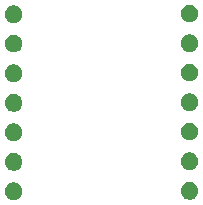
<source format=gts>
%TF.GenerationSoftware,KiCad,Pcbnew,9.0.7-9.0.7~ubuntu24.04.1*%
%TF.CreationDate,2026-01-03T22:14:33+01:00*%
%TF.ProjectId,rtc_xiao_esp32s3,7274635f-7869-4616-9f5f-657370333273,1.0*%
%TF.SameCoordinates,Original*%
%TF.FileFunction,Soldermask,Top*%
%TF.FilePolarity,Negative*%
%FSLAX46Y46*%
G04 Gerber Fmt 4.6, Leading zero omitted, Abs format (unit mm)*
G04 Created by KiCad (PCBNEW 9.0.7-9.0.7~ubuntu24.04.1) date 2026-01-03 22:14:33*
%MOMM*%
%LPD*%
G01*
G04 APERTURE LIST*
G04 APERTURE END LIST*
G36*
X117517714Y-112332295D02*
G01*
X117653548Y-112388559D01*
X117775795Y-112470242D01*
X117879758Y-112574205D01*
X117961441Y-112696452D01*
X118017705Y-112832286D01*
X118046389Y-112976487D01*
X118046389Y-113123513D01*
X118017705Y-113267714D01*
X117961441Y-113403548D01*
X117879758Y-113525795D01*
X117775795Y-113629758D01*
X117653548Y-113711441D01*
X117517714Y-113767705D01*
X117373513Y-113796389D01*
X117226487Y-113796389D01*
X117082286Y-113767705D01*
X116946452Y-113711441D01*
X116824205Y-113629758D01*
X116720242Y-113525795D01*
X116638559Y-113403548D01*
X116582295Y-113267714D01*
X116553611Y-113123513D01*
X116553611Y-112976487D01*
X116582295Y-112832286D01*
X116638559Y-112696452D01*
X116720242Y-112574205D01*
X116824205Y-112470242D01*
X116946452Y-112388559D01*
X117082286Y-112332295D01*
X117226487Y-112303611D01*
X117373513Y-112303611D01*
X117517714Y-112332295D01*
G37*
G36*
X132417714Y-112282295D02*
G01*
X132553548Y-112338559D01*
X132675795Y-112420242D01*
X132779758Y-112524205D01*
X132861441Y-112646452D01*
X132917705Y-112782286D01*
X132946389Y-112926487D01*
X132946389Y-113073513D01*
X132917705Y-113217714D01*
X132861441Y-113353548D01*
X132779758Y-113475795D01*
X132675795Y-113579758D01*
X132553548Y-113661441D01*
X132417714Y-113717705D01*
X132273513Y-113746389D01*
X132126487Y-113746389D01*
X131982286Y-113717705D01*
X131846452Y-113661441D01*
X131724205Y-113579758D01*
X131620242Y-113475795D01*
X131538559Y-113353548D01*
X131482295Y-113217714D01*
X131453611Y-113073513D01*
X131453611Y-112926487D01*
X131482295Y-112782286D01*
X131538559Y-112646452D01*
X131620242Y-112524205D01*
X131724205Y-112420242D01*
X131846452Y-112338559D01*
X131982286Y-112282295D01*
X132126487Y-112253611D01*
X132273513Y-112253611D01*
X132417714Y-112282295D01*
G37*
G36*
X117517714Y-109832295D02*
G01*
X117653548Y-109888559D01*
X117775795Y-109970242D01*
X117879758Y-110074205D01*
X117961441Y-110196452D01*
X118017705Y-110332286D01*
X118046389Y-110476487D01*
X118046389Y-110623513D01*
X118017705Y-110767714D01*
X117961441Y-110903548D01*
X117879758Y-111025795D01*
X117775795Y-111129758D01*
X117653548Y-111211441D01*
X117517714Y-111267705D01*
X117373513Y-111296389D01*
X117226487Y-111296389D01*
X117082286Y-111267705D01*
X116946452Y-111211441D01*
X116824205Y-111129758D01*
X116720242Y-111025795D01*
X116638559Y-110903548D01*
X116582295Y-110767714D01*
X116553611Y-110623513D01*
X116553611Y-110476487D01*
X116582295Y-110332286D01*
X116638559Y-110196452D01*
X116720242Y-110074205D01*
X116824205Y-109970242D01*
X116946452Y-109888559D01*
X117082286Y-109832295D01*
X117226487Y-109803611D01*
X117373513Y-109803611D01*
X117517714Y-109832295D01*
G37*
G36*
X132417714Y-109782295D02*
G01*
X132553548Y-109838559D01*
X132675795Y-109920242D01*
X132779758Y-110024205D01*
X132861441Y-110146452D01*
X132917705Y-110282286D01*
X132946389Y-110426487D01*
X132946389Y-110573513D01*
X132917705Y-110717714D01*
X132861441Y-110853548D01*
X132779758Y-110975795D01*
X132675795Y-111079758D01*
X132553548Y-111161441D01*
X132417714Y-111217705D01*
X132273513Y-111246389D01*
X132126487Y-111246389D01*
X131982286Y-111217705D01*
X131846452Y-111161441D01*
X131724205Y-111079758D01*
X131620242Y-110975795D01*
X131538559Y-110853548D01*
X131482295Y-110717714D01*
X131453611Y-110573513D01*
X131453611Y-110426487D01*
X131482295Y-110282286D01*
X131538559Y-110146452D01*
X131620242Y-110024205D01*
X131724205Y-109920242D01*
X131846452Y-109838559D01*
X131982286Y-109782295D01*
X132126487Y-109753611D01*
X132273513Y-109753611D01*
X132417714Y-109782295D01*
G37*
G36*
X117517714Y-107332295D02*
G01*
X117653548Y-107388559D01*
X117775795Y-107470242D01*
X117879758Y-107574205D01*
X117961441Y-107696452D01*
X118017705Y-107832286D01*
X118046389Y-107976487D01*
X118046389Y-108123513D01*
X118017705Y-108267714D01*
X117961441Y-108403548D01*
X117879758Y-108525795D01*
X117775795Y-108629758D01*
X117653548Y-108711441D01*
X117517714Y-108767705D01*
X117373513Y-108796389D01*
X117226487Y-108796389D01*
X117082286Y-108767705D01*
X116946452Y-108711441D01*
X116824205Y-108629758D01*
X116720242Y-108525795D01*
X116638559Y-108403548D01*
X116582295Y-108267714D01*
X116553611Y-108123513D01*
X116553611Y-107976487D01*
X116582295Y-107832286D01*
X116638559Y-107696452D01*
X116720242Y-107574205D01*
X116824205Y-107470242D01*
X116946452Y-107388559D01*
X117082286Y-107332295D01*
X117226487Y-107303611D01*
X117373513Y-107303611D01*
X117517714Y-107332295D01*
G37*
G36*
X132417714Y-107282295D02*
G01*
X132553548Y-107338559D01*
X132675795Y-107420242D01*
X132779758Y-107524205D01*
X132861441Y-107646452D01*
X132917705Y-107782286D01*
X132946389Y-107926487D01*
X132946389Y-108073513D01*
X132917705Y-108217714D01*
X132861441Y-108353548D01*
X132779758Y-108475795D01*
X132675795Y-108579758D01*
X132553548Y-108661441D01*
X132417714Y-108717705D01*
X132273513Y-108746389D01*
X132126487Y-108746389D01*
X131982286Y-108717705D01*
X131846452Y-108661441D01*
X131724205Y-108579758D01*
X131620242Y-108475795D01*
X131538559Y-108353548D01*
X131482295Y-108217714D01*
X131453611Y-108073513D01*
X131453611Y-107926487D01*
X131482295Y-107782286D01*
X131538559Y-107646452D01*
X131620242Y-107524205D01*
X131724205Y-107420242D01*
X131846452Y-107338559D01*
X131982286Y-107282295D01*
X132126487Y-107253611D01*
X132273513Y-107253611D01*
X132417714Y-107282295D01*
G37*
G36*
X117517714Y-104832295D02*
G01*
X117653548Y-104888559D01*
X117775795Y-104970242D01*
X117879758Y-105074205D01*
X117961441Y-105196452D01*
X118017705Y-105332286D01*
X118046389Y-105476487D01*
X118046389Y-105623513D01*
X118017705Y-105767714D01*
X117961441Y-105903548D01*
X117879758Y-106025795D01*
X117775795Y-106129758D01*
X117653548Y-106211441D01*
X117517714Y-106267705D01*
X117373513Y-106296389D01*
X117226487Y-106296389D01*
X117082286Y-106267705D01*
X116946452Y-106211441D01*
X116824205Y-106129758D01*
X116720242Y-106025795D01*
X116638559Y-105903548D01*
X116582295Y-105767714D01*
X116553611Y-105623513D01*
X116553611Y-105476487D01*
X116582295Y-105332286D01*
X116638559Y-105196452D01*
X116720242Y-105074205D01*
X116824205Y-104970242D01*
X116946452Y-104888559D01*
X117082286Y-104832295D01*
X117226487Y-104803611D01*
X117373513Y-104803611D01*
X117517714Y-104832295D01*
G37*
G36*
X132417714Y-104782295D02*
G01*
X132553548Y-104838559D01*
X132675795Y-104920242D01*
X132779758Y-105024205D01*
X132861441Y-105146452D01*
X132917705Y-105282286D01*
X132946389Y-105426487D01*
X132946389Y-105573513D01*
X132917705Y-105717714D01*
X132861441Y-105853548D01*
X132779758Y-105975795D01*
X132675795Y-106079758D01*
X132553548Y-106161441D01*
X132417714Y-106217705D01*
X132273513Y-106246389D01*
X132126487Y-106246389D01*
X131982286Y-106217705D01*
X131846452Y-106161441D01*
X131724205Y-106079758D01*
X131620242Y-105975795D01*
X131538559Y-105853548D01*
X131482295Y-105717714D01*
X131453611Y-105573513D01*
X131453611Y-105426487D01*
X131482295Y-105282286D01*
X131538559Y-105146452D01*
X131620242Y-105024205D01*
X131724205Y-104920242D01*
X131846452Y-104838559D01*
X131982286Y-104782295D01*
X132126487Y-104753611D01*
X132273513Y-104753611D01*
X132417714Y-104782295D01*
G37*
G36*
X117517714Y-102332295D02*
G01*
X117653548Y-102388559D01*
X117775795Y-102470242D01*
X117879758Y-102574205D01*
X117961441Y-102696452D01*
X118017705Y-102832286D01*
X118046389Y-102976487D01*
X118046389Y-103123513D01*
X118017705Y-103267714D01*
X117961441Y-103403548D01*
X117879758Y-103525795D01*
X117775795Y-103629758D01*
X117653548Y-103711441D01*
X117517714Y-103767705D01*
X117373513Y-103796389D01*
X117226487Y-103796389D01*
X117082286Y-103767705D01*
X116946452Y-103711441D01*
X116824205Y-103629758D01*
X116720242Y-103525795D01*
X116638559Y-103403548D01*
X116582295Y-103267714D01*
X116553611Y-103123513D01*
X116553611Y-102976487D01*
X116582295Y-102832286D01*
X116638559Y-102696452D01*
X116720242Y-102574205D01*
X116824205Y-102470242D01*
X116946452Y-102388559D01*
X117082286Y-102332295D01*
X117226487Y-102303611D01*
X117373513Y-102303611D01*
X117517714Y-102332295D01*
G37*
G36*
X132417714Y-102282295D02*
G01*
X132553548Y-102338559D01*
X132675795Y-102420242D01*
X132779758Y-102524205D01*
X132861441Y-102646452D01*
X132917705Y-102782286D01*
X132946389Y-102926487D01*
X132946389Y-103073513D01*
X132917705Y-103217714D01*
X132861441Y-103353548D01*
X132779758Y-103475795D01*
X132675795Y-103579758D01*
X132553548Y-103661441D01*
X132417714Y-103717705D01*
X132273513Y-103746389D01*
X132126487Y-103746389D01*
X131982286Y-103717705D01*
X131846452Y-103661441D01*
X131724205Y-103579758D01*
X131620242Y-103475795D01*
X131538559Y-103353548D01*
X131482295Y-103217714D01*
X131453611Y-103073513D01*
X131453611Y-102926487D01*
X131482295Y-102782286D01*
X131538559Y-102646452D01*
X131620242Y-102524205D01*
X131724205Y-102420242D01*
X131846452Y-102338559D01*
X131982286Y-102282295D01*
X132126487Y-102253611D01*
X132273513Y-102253611D01*
X132417714Y-102282295D01*
G37*
G36*
X117517714Y-99832295D02*
G01*
X117653548Y-99888559D01*
X117775795Y-99970242D01*
X117879758Y-100074205D01*
X117961441Y-100196452D01*
X118017705Y-100332286D01*
X118046389Y-100476487D01*
X118046389Y-100623513D01*
X118017705Y-100767714D01*
X117961441Y-100903548D01*
X117879758Y-101025795D01*
X117775795Y-101129758D01*
X117653548Y-101211441D01*
X117517714Y-101267705D01*
X117373513Y-101296389D01*
X117226487Y-101296389D01*
X117082286Y-101267705D01*
X116946452Y-101211441D01*
X116824205Y-101129758D01*
X116720242Y-101025795D01*
X116638559Y-100903548D01*
X116582295Y-100767714D01*
X116553611Y-100623513D01*
X116553611Y-100476487D01*
X116582295Y-100332286D01*
X116638559Y-100196452D01*
X116720242Y-100074205D01*
X116824205Y-99970242D01*
X116946452Y-99888559D01*
X117082286Y-99832295D01*
X117226487Y-99803611D01*
X117373513Y-99803611D01*
X117517714Y-99832295D01*
G37*
G36*
X132417714Y-99782295D02*
G01*
X132553548Y-99838559D01*
X132675795Y-99920242D01*
X132779758Y-100024205D01*
X132861441Y-100146452D01*
X132917705Y-100282286D01*
X132946389Y-100426487D01*
X132946389Y-100573513D01*
X132917705Y-100717714D01*
X132861441Y-100853548D01*
X132779758Y-100975795D01*
X132675795Y-101079758D01*
X132553548Y-101161441D01*
X132417714Y-101217705D01*
X132273513Y-101246389D01*
X132126487Y-101246389D01*
X131982286Y-101217705D01*
X131846452Y-101161441D01*
X131724205Y-101079758D01*
X131620242Y-100975795D01*
X131538559Y-100853548D01*
X131482295Y-100717714D01*
X131453611Y-100573513D01*
X131453611Y-100426487D01*
X131482295Y-100282286D01*
X131538559Y-100146452D01*
X131620242Y-100024205D01*
X131724205Y-99920242D01*
X131846452Y-99838559D01*
X131982286Y-99782295D01*
X132126487Y-99753611D01*
X132273513Y-99753611D01*
X132417714Y-99782295D01*
G37*
G36*
X117517714Y-97332295D02*
G01*
X117653548Y-97388559D01*
X117775795Y-97470242D01*
X117879758Y-97574205D01*
X117961441Y-97696452D01*
X118017705Y-97832286D01*
X118046389Y-97976487D01*
X118046389Y-98123513D01*
X118017705Y-98267714D01*
X117961441Y-98403548D01*
X117879758Y-98525795D01*
X117775795Y-98629758D01*
X117653548Y-98711441D01*
X117517714Y-98767705D01*
X117373513Y-98796389D01*
X117226487Y-98796389D01*
X117082286Y-98767705D01*
X116946452Y-98711441D01*
X116824205Y-98629758D01*
X116720242Y-98525795D01*
X116638559Y-98403548D01*
X116582295Y-98267714D01*
X116553611Y-98123513D01*
X116553611Y-97976487D01*
X116582295Y-97832286D01*
X116638559Y-97696452D01*
X116720242Y-97574205D01*
X116824205Y-97470242D01*
X116946452Y-97388559D01*
X117082286Y-97332295D01*
X117226487Y-97303611D01*
X117373513Y-97303611D01*
X117517714Y-97332295D01*
G37*
G36*
X132417714Y-97282295D02*
G01*
X132553548Y-97338559D01*
X132675795Y-97420242D01*
X132779758Y-97524205D01*
X132861441Y-97646452D01*
X132917705Y-97782286D01*
X132946389Y-97926487D01*
X132946389Y-98073513D01*
X132917705Y-98217714D01*
X132861441Y-98353548D01*
X132779758Y-98475795D01*
X132675795Y-98579758D01*
X132553548Y-98661441D01*
X132417714Y-98717705D01*
X132273513Y-98746389D01*
X132126487Y-98746389D01*
X131982286Y-98717705D01*
X131846452Y-98661441D01*
X131724205Y-98579758D01*
X131620242Y-98475795D01*
X131538559Y-98353548D01*
X131482295Y-98217714D01*
X131453611Y-98073513D01*
X131453611Y-97926487D01*
X131482295Y-97782286D01*
X131538559Y-97646452D01*
X131620242Y-97524205D01*
X131724205Y-97420242D01*
X131846452Y-97338559D01*
X131982286Y-97282295D01*
X132126487Y-97253611D01*
X132273513Y-97253611D01*
X132417714Y-97282295D01*
G37*
M02*

</source>
